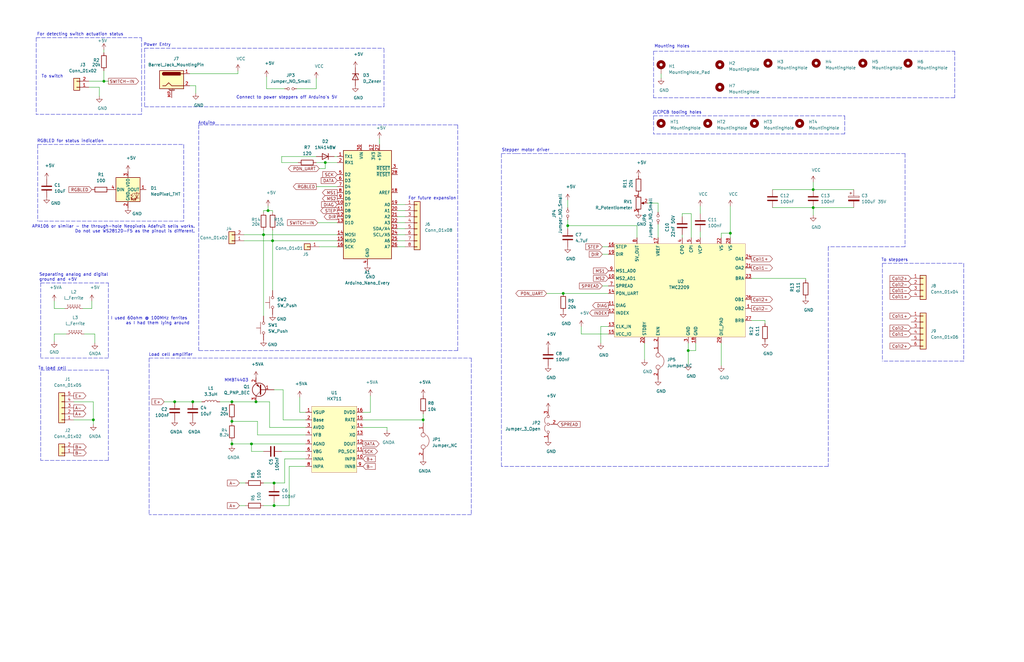
<source format=kicad_sch>
(kicad_sch (version 20211123) (generator eeschema)
  (paper "B")
  (junction (at 307.975 98.425) (diameter 1.016))
  (junction (at 290.195 147.955) (diameter 1.016))
  (junction (at 178.435 177.165) (diameter 1.016))
  (junction (at 114.935 101.6) (diameter 1.016))
  (junction (at 342.9 80.01) (diameter 1.016))
  (junction (at 107.95 169.545) (diameter 1.016))
  (junction (at 137.16 68.58) (diameter 1.016))
  (junction (at 39.37 177.165) (diameter 1.016))
  (junction (at 73.66 169.545) (diameter 1.016))
  (junction (at 113.03 88.9) (diameter 1.016))
  (junction (at 115.57 203.835) (diameter 1.016))
  (junction (at 115.57 213.36) (diameter 1.016))
  (junction (at 106.045 187.325) (diameter 1.016))
  (junction (at 97.79 177.8) (diameter 1.016))
  (junction (at 342.9 87.63) (diameter 1.016))
  (junction (at 97.79 169.545) (diameter 1.016))
  (junction (at 239.395 95.25) (diameter 1.016))
  (junction (at 237.49 123.825) (diameter 1.016))
  (junction (at 81.28 169.545) (diameter 1.016))
  (junction (at 43.815 34.29) (diameter 1.016))
  (junction (at 97.79 187.325) (diameter 1.016))
  (junction (at 111.125 99.06) (diameter 1.016))
  (wire (pts (xy 254 107.315) (xy 256.54 107.315)))
  (wire (pts (xy 126.365 167.64) (xy 126.365 173.99)))
  (wire (pts (xy 126.365 173.99) (xy 128.905 173.99)))
  (wire (pts (xy 111.125 99.06) (xy 111.125 133.35)))
  (wire (pts (xy 92.71 169.545) (xy 97.79 169.545)))
  (wire (pts (xy 97.79 169.545) (xy 107.95 169.545)))
  (polyline (pts (xy 372.11 111.125) (xy 372.11 152.4)) (stroke (width 0) (type dash)))
  (polyline (pts (xy 372.11 111.125) (xy 406.4 111.125)) (stroke (width 0) (type dash)))
  (polyline (pts (xy 406.4 111.125) (xy 406.4 152.4)) (stroke (width 0) (type dash)))
  (polyline (pts (xy 406.4 152.4) (xy 372.11 152.4)) (stroke (width 0) (type dash)))
  (wire (pts (xy 167.64 93.98) (xy 170.815 93.98)))
  (wire (pts (xy 102.87 99.06) (xy 111.125 99.06)))
  (wire (pts (xy 111.125 99.06) (xy 142.24 99.06)))
  (wire (pts (xy 115.57 212.09) (xy 115.57 213.36)))
  (wire (pts (xy 31.115 169.545) (xy 39.37 169.545)))
  (wire (pts (xy 39.37 169.545) (xy 39.37 177.165)))
  (wire (pts (xy 39.37 177.165) (xy 39.37 179.07)))
  (wire (pts (xy 271.78 144.78) (xy 271.78 151.765)))
  (polyline (pts (xy 275.59 21.59) (xy 275.59 41.275)) (stroke (width 0) (type dash)))
  (polyline (pts (xy 275.59 21.59) (xy 402.59 21.59)) (stroke (width 0) (type dash)))
  (polyline (pts (xy 402.59 21.59) (xy 402.59 41.275)) (stroke (width 0) (type dash)))
  (polyline (pts (xy 402.59 41.275) (xy 275.59 41.275)) (stroke (width 0) (type dash)))
  (polyline (pts (xy 275.59 48.895) (xy 275.59 56.515)) (stroke (width 0) (type dash)))
  (polyline (pts (xy 275.59 48.895) (xy 356.235 48.895)) (stroke (width 0) (type dash)))
  (polyline (pts (xy 356.235 48.895) (xy 356.235 56.515)) (stroke (width 0) (type dash)))
  (polyline (pts (xy 356.235 56.515) (xy 275.59 56.515)) (stroke (width 0) (type dash)))
  (wire (pts (xy 133.35 68.58) (xy 137.16 68.58)))
  (wire (pts (xy 137.16 68.58) (xy 142.24 68.58)))
  (wire (pts (xy 111.125 88.9) (xy 113.03 88.9)))
  (wire (pts (xy 111.125 89.535) (xy 111.125 88.9)))
  (wire (pts (xy 113.03 88.9) (xy 114.935 88.9)))
  (wire (pts (xy 114.935 88.9) (xy 114.935 89.535)))
  (wire (pts (xy 167.64 86.36) (xy 170.815 86.36)))
  (wire (pts (xy 295.275 97.79) (xy 295.275 100.33)))
  (wire (pts (xy 295.275 86.995) (xy 295.275 90.17)))
  (polyline (pts (xy 15.24 15.875) (xy 15.24 48.26)) (stroke (width 0) (type dash)))
  (polyline (pts (xy 15.24 15.875) (xy 59.69 15.875)) (stroke (width 0) (type dash)))
  (polyline (pts (xy 59.69 15.875) (xy 59.69 48.26)) (stroke (width 0) (type dash)))
  (polyline (pts (xy 59.69 48.26) (xy 15.24 48.26)) (stroke (width 0) (type dash)))
  (polyline (pts (xy 15.875 60.96) (xy 15.875 93.345)) (stroke (width 0) (type dash)))
  (polyline (pts (xy 15.875 60.96) (xy 77.47 60.96)) (stroke (width 0) (type dash)))
  (polyline (pts (xy 77.47 60.96) (xy 77.47 93.345)) (stroke (width 0) (type dash)))
  (polyline (pts (xy 77.47 93.345) (xy 15.875 93.345)) (stroke (width 0) (type dash)))
  (wire (pts (xy 80.01 36.195) (xy 82.55 36.195)))
  (wire (pts (xy 82.55 36.195) (xy 82.55 39.37)))
  (wire (pts (xy 100.965 203.835) (xy 103.505 203.835)))
  (wire (pts (xy 167.64 91.44) (xy 170.815 91.44)))
  (wire (pts (xy 290.195 144.78) (xy 290.195 147.955)))
  (wire (pts (xy 290.195 147.955) (xy 290.195 153.67)))
  (wire (pts (xy 273.05 85.725) (xy 277.495 85.725)))
  (wire (pts (xy 31.115 177.165) (xy 39.37 177.165)))
  (wire (pts (xy 133.35 78.74) (xy 142.24 78.74)))
  (wire (pts (xy 134.62 104.14) (xy 142.24 104.14)))
  (wire (pts (xy 69.215 169.545) (xy 73.66 169.545)))
  (wire (pts (xy 73.66 169.545) (xy 81.28 169.545)))
  (wire (pts (xy 81.28 169.545) (xy 85.09 169.545)))
  (wire (pts (xy 80.01 31.115) (xy 100.33 31.115)))
  (wire (pts (xy 100.33 31.115) (xy 100.33 29.845)))
  (wire (pts (xy 133.35 66.04) (xy 118.745 66.04)))
  (wire (pts (xy 230.505 123.825) (xy 237.49 123.825)))
  (wire (pts (xy 237.49 123.825) (xy 256.54 123.825)))
  (wire (pts (xy 112.395 37.465) (xy 112.395 32.385)))
  (wire (pts (xy 119.38 164.465) (xy 115.57 164.465)))
  (wire (pts (xy 119.38 177.165) (xy 119.38 164.465)))
  (wire (pts (xy 128.905 177.165) (xy 119.38 177.165)))
  (wire (pts (xy 167.64 88.9) (xy 170.815 88.9)))
  (wire (pts (xy 134.62 71.12) (xy 137.16 71.12)))
  (wire (pts (xy 137.16 71.12) (xy 137.16 68.58)))
  (wire (pts (xy 245.11 140.97) (xy 245.11 137.795)))
  (wire (pts (xy 256.54 140.97) (xy 245.11 140.97)))
  (wire (pts (xy 114.935 101.6) (xy 114.935 122.555)))
  (wire (pts (xy 113.03 86.995) (xy 113.03 88.9)))
  (wire (pts (xy 118.745 68.58) (xy 118.745 66.04)))
  (wire (pts (xy 125.73 68.58) (xy 118.745 68.58)))
  (wire (pts (xy 167.64 99.06) (xy 170.815 99.06)))
  (wire (pts (xy 35.56 140.97) (xy 40.005 140.97)))
  (wire (pts (xy 40.005 140.97) (xy 40.005 144.78)))
  (wire (pts (xy 277.495 85.725) (xy 277.495 89.535)))
  (wire (pts (xy 254 120.65) (xy 256.54 120.65)))
  (wire (pts (xy 167.64 104.14) (xy 170.815 104.14)))
  (wire (pts (xy 153.035 177.165) (xy 178.435 177.165)))
  (wire (pts (xy 178.435 177.165) (xy 178.435 174.625)))
  (wire (pts (xy 112.395 37.465) (xy 120.015 37.465)))
  (wire (pts (xy 106.045 190.5) (xy 106.045 187.325)))
  (wire (pts (xy 111.125 190.5) (xy 106.045 190.5)))
  (wire (pts (xy 278.765 31.115) (xy 278.765 33.02)))
  (wire (pts (xy 114.935 97.155) (xy 114.935 101.6)))
  (wire (pts (xy 342.9 76.835) (xy 342.9 80.01)))
  (wire (pts (xy 113.665 169.545) (xy 107.95 169.545)))
  (wire (pts (xy 113.665 180.34) (xy 113.665 169.545)))
  (wire (pts (xy 128.905 180.34) (xy 113.665 180.34)))
  (polyline (pts (xy 83.82 52.705) (xy 83.82 147.955)) (stroke (width 0) (type dash)))
  (polyline (pts (xy 83.82 52.705) (xy 193.04 52.705)) (stroke (width 0) (type dash)))
  (polyline (pts (xy 193.04 52.705) (xy 193.04 147.955)) (stroke (width 0) (type dash)))
  (polyline (pts (xy 193.04 147.955) (xy 83.82 147.955)) (stroke (width 0) (type dash)))
  (wire (pts (xy 97.79 177.165) (xy 97.79 177.8)))
  (wire (pts (xy 97.79 177.8) (xy 97.79 178.435)))
  (wire (pts (xy 153.035 180.34) (xy 163.195 180.34)))
  (wire (pts (xy 163.195 180.34) (xy 163.195 181.61)))
  (wire (pts (xy 37.465 34.29) (xy 43.815 34.29)))
  (wire (pts (xy 43.815 34.29) (xy 43.815 29.845)))
  (wire (pts (xy 304.165 98.425) (xy 307.975 98.425)))
  (wire (pts (xy 304.165 100.33) (xy 304.165 98.425)))
  (wire (pts (xy 153.035 173.99) (xy 156.21 173.99)))
  (wire (pts (xy 156.21 173.99) (xy 156.21 167.005)))
  (wire (pts (xy 22.86 127) (xy 22.86 130.175)))
  (wire (pts (xy 22.86 130.175) (xy 27.305 130.175)))
  (wire (pts (xy 325.755 80.01) (xy 342.9 80.01)))
  (wire (pts (xy 342.9 80.01) (xy 360.045 80.01)))
  (wire (pts (xy 304.165 144.78) (xy 304.165 154.305)))
  (wire (pts (xy 43.815 20.955) (xy 43.815 22.225)))
  (wire (pts (xy 293.37 144.78) (xy 293.37 147.955)))
  (wire (pts (xy 293.37 147.955) (xy 290.195 147.955)))
  (wire (pts (xy 167.64 101.6) (xy 170.815 101.6)))
  (wire (pts (xy 22.86 140.97) (xy 22.86 144.145)))
  (wire (pts (xy 27.94 140.97) (xy 22.86 140.97)))
  (wire (pts (xy 140.97 66.04) (xy 142.24 66.04)))
  (wire (pts (xy 287.655 99.06) (xy 287.655 100.33)))
  (wire (pts (xy 118.745 190.5) (xy 128.905 190.5)))
  (wire (pts (xy 254 104.14) (xy 256.54 104.14)))
  (wire (pts (xy 277.495 94.615) (xy 277.495 100.33)))
  (wire (pts (xy 115.57 203.835) (xy 111.125 203.835)))
  (wire (pts (xy 120.015 193.675) (xy 120.015 203.835)))
  (wire (pts (xy 120.015 203.835) (xy 115.57 203.835)))
  (wire (pts (xy 128.905 193.675) (xy 120.015 193.675)))
  (wire (pts (xy 342.9 87.63) (xy 342.9 90.805)))
  (wire (pts (xy 100.965 213.36) (xy 103.505 213.36)))
  (wire (pts (xy 97.79 177.8) (xy 108.585 177.8)))
  (wire (pts (xy 108.585 177.8) (xy 108.585 183.515)))
  (wire (pts (xy 108.585 183.515) (xy 128.905 183.515)))
  (wire (pts (xy 97.79 187.325) (xy 106.045 187.325)))
  (wire (pts (xy 106.045 187.325) (xy 128.905 187.325)))
  (polyline (pts (xy 211.455 64.77) (xy 217.805 64.77)) (stroke (width 0) (type dash)))
  (polyline (pts (xy 211.455 196.85) (xy 211.455 64.77)) (stroke (width 0) (type dash)))
  (polyline (pts (xy 217.805 64.77) (xy 381.635 64.77)) (stroke (width 0) (type dash)))
  (polyline (pts (xy 349.25 104.14) (xy 349.25 196.85)) (stroke (width 0) (type dash)))
  (polyline (pts (xy 349.25 196.85) (xy 211.455 196.85)) (stroke (width 0) (type dash)))
  (polyline (pts (xy 381.635 64.77) (xy 381.635 104.14)) (stroke (width 0) (type dash)))
  (polyline (pts (xy 381.635 104.14) (xy 349.25 104.14)) (stroke (width 0) (type dash)))
  (wire (pts (xy 37.465 36.83) (xy 41.91 36.83)))
  (wire (pts (xy 41.91 36.83) (xy 41.91 40.64)))
  (wire (pts (xy 160.02 58.42) (xy 160.02 60.96)))
  (wire (pts (xy 178.435 177.165) (xy 178.435 178.435)))
  (wire (pts (xy 97.79 186.055) (xy 97.79 187.325)))
  (wire (pts (xy 97.79 187.325) (xy 97.79 187.96)))
  (wire (pts (xy 133.985 93.98) (xy 142.24 93.98)))
  (wire (pts (xy 307.975 86.995) (xy 307.975 98.425)))
  (wire (pts (xy 307.975 98.425) (xy 307.975 100.33)))
  (wire (pts (xy 316.865 117.475) (xy 339.725 117.475)))
  (wire (pts (xy 339.725 117.475) (xy 339.725 118.11)))
  (polyline (pts (xy 17.145 156.21) (xy 45.72 156.21)) (stroke (width 0) (type dash)))
  (polyline (pts (xy 17.145 156.845) (xy 17.145 194.31)) (stroke (width 0) (type dash)))
  (polyline (pts (xy 45.72 156.21) (xy 45.72 194.31)) (stroke (width 0) (type dash)))
  (polyline (pts (xy 45.72 194.31) (xy 17.145 194.31)) (stroke (width 0) (type dash)))
  (wire (pts (xy 239.395 95.25) (xy 268.605 95.25)))
  (wire (pts (xy 268.605 100.33) (xy 268.605 95.25)))
  (wire (pts (xy 102.87 101.6) (xy 114.935 101.6)))
  (wire (pts (xy 114.935 101.6) (xy 142.24 101.6)))
  (wire (pts (xy 115.57 203.835) (xy 115.57 204.47)))
  (wire (pts (xy 239.395 84.455) (xy 239.395 87.63)))
  (wire (pts (xy 111.125 213.36) (xy 115.57 213.36)))
  (wire (pts (xy 115.57 213.36) (xy 121.92 213.36)))
  (wire (pts (xy 121.92 196.85) (xy 128.905 196.85)))
  (wire (pts (xy 121.92 213.36) (xy 121.92 196.85)))
  (wire (pts (xy 253.365 137.795) (xy 253.365 144.78)))
  (wire (pts (xy 256.54 137.795) (xy 253.365 137.795)))
  (polyline (pts (xy 17.145 119.38) (xy 17.145 151.13)) (stroke (width 0) (type dash)))
  (polyline (pts (xy 17.145 119.38) (xy 45.72 119.38)) (stroke (width 0) (type dash)))
  (polyline (pts (xy 45.72 119.38) (xy 45.72 151.13)) (stroke (width 0) (type dash)))
  (polyline (pts (xy 45.72 151.13) (xy 17.145 151.13)) (stroke (width 0) (type dash)))
  (wire (pts (xy 125.095 37.465) (xy 133.35 37.465)))
  (wire (pts (xy 133.35 33.02) (xy 133.35 37.465)))
  (wire (pts (xy 287.655 90.17) (xy 291.465 90.17)))
  (wire (pts (xy 287.655 91.44) (xy 287.655 90.17)))
  (wire (pts (xy 291.465 90.17) (xy 291.465 100.33)))
  (wire (pts (xy 111.125 97.155) (xy 111.125 99.06)))
  (wire (pts (xy 34.925 130.175) (xy 38.735 130.175)))
  (wire (pts (xy 38.735 130.175) (xy 38.735 127)))
  (wire (pts (xy 316.865 135.255) (xy 322.58 135.255)))
  (wire (pts (xy 322.58 135.255) (xy 322.58 136.525)))
  (wire (pts (xy 239.395 92.71) (xy 239.395 95.25)))
  (wire (pts (xy 239.395 95.25) (xy 239.395 96.52)))
  (polyline (pts (xy 62.865 151.13) (xy 62.865 217.17)) (stroke (width 0) (type dash)))
  (polyline (pts (xy 62.865 151.13) (xy 198.755 151.13)) (stroke (width 0) (type dash)))
  (polyline (pts (xy 198.755 151.13) (xy 198.755 217.17)) (stroke (width 0) (type dash)))
  (polyline (pts (xy 198.755 217.17) (xy 62.865 217.17)) (stroke (width 0) (type dash)))
  (wire (pts (xy 325.755 87.63) (xy 342.9 87.63)))
  (wire (pts (xy 342.9 87.63) (xy 360.045 87.63)))
  (polyline (pts (xy 60.96 20.32) (xy 60.96 45.085)) (stroke (width 0) (type dash)))
  (polyline (pts (xy 60.96 20.32) (xy 161.925 20.32)) (stroke (width 0) (type dash)))
  (polyline (pts (xy 60.96 45.085) (xy 161.925 45.085)) (stroke (width 0) (type dash)))
  (polyline (pts (xy 161.925 45.085) (xy 161.925 20.32)) (stroke (width 0) (type dash)))
  (wire (pts (xy 167.64 96.52) (xy 170.815 96.52)))
  (wire (pts (xy 43.815 34.29) (xy 45.72 34.29)))
  (text "To switch" (at 26.67 33.02 180) (effects (font (size 1.27 1.27)) (justify right bottom)))
  (text "Stepper motor driver" (at 231.775 64.135 180) (effects (font (size 1.27 1.27)) (justify right bottom)))
  (text "JLCPCB tooling holes\n" (at 295.91 48.26 180) (effects (font (size 1.27 1.27)) (justify right bottom)))
  (text "To load cell" (at 27.94 156.21 180) (effects (font (size 1.27 1.27)) (justify right bottom)))
  (text "Mounting Holes" (at 290.83 20.32 180) (effects (font (size 1.27 1.27)) (justify right bottom)))
  (text "Arduino" (at 90.805 52.705 180) (effects (font (size 1.27 1.27)) (justify right bottom)))
  (text "To steppers" (at 382.905 110.49 180) (effects (font (size 1.27 1.27)) (justify right bottom)))
  (text "Connect to power steppers off Arduino's 5V" (at 142.24 41.91 180) (effects (font (size 1.27 1.27)) (justify right bottom)))
  (text "Separating analog and digital \nground and +5V" (at 16.51 118.745 0) (effects (font (size 1.27 1.27)) (justify left bottom)))
  (text "Power Entry " (at 73.025 19.685 180) (effects (font (size 1.27 1.27)) (justify right bottom)))
  (text "Load cell amplifier" (at 81.28 150.495 180) (effects (font (size 1.27 1.27)) (justify right bottom)))
  (text "APA106 or similar - the through-hole Neopixels Adafruit sells works. \nDo not use WS2812D-F5 as the pinout is different. " (at 83.185 98.425 0) (effects (font (size 1.27 1.27)) (justify right bottom)))
  (text "For future expansion" (at 192.405 84.455 180) (effects (font (size 1.27 1.27)) (justify right bottom)))
  (text "For detecting switch actuation status" (at 52.07 15.24 180) (effects (font (size 1.27 1.27)) (justify right bottom)))
  (text "MMBT4403" (at 104.775 161.29 180) (effects (font (size 1.27 1.27)) (justify right bottom)))
  (text "RGBLED for status indication" (at 43.815 60.325 180) (effects (font (size 1.27 1.27)) (justify right bottom)))
  (text "I used 60ohm @ 100MHz ferrites \nas I had them lying around" (at 80.01 137.16 0) (effects (font (size 1.27 1.27)) (justify right bottom)))
  (global_label "Coil2+" (shape output) (at 316.865 126.365 0) (property "Intersheet References" "${INTERSHEET_REFS}" (effects hide)))
  (global_label "Coil1-" (shape input) (at 384.175 122.555 180) (property "Intersheet References" "${INTERSHEET_REFS}" (effects hide)))
  (global_label "SCK" (shape output) (at 153.035 190.5 0) (property "Intersheet References" "${INTERSHEET_REFS}" (effects hide)))
  (global_label "DATA" (shape input) (at 142.24 76.2 180) (property "Intersheet References" "${INTERSHEET_REFS}" (effects hide)))
  (global_label "Coil2-" (shape input) (at 384.175 138.43 180) (property "Intersheet References" "${INTERSHEET_REFS}" (effects hide)))
  (global_label "Coil1+" (shape input) (at 384.175 133.35 180) (property "Intersheet References" "${INTERSHEET_REFS}" (effects hide)))
  (global_label "E+" (shape output) (at 31.115 167.005 0) (property "Intersheet References" "${INTERSHEET_REFS}" (effects hide)))
  (global_label "SWITCH-IN" (shape output) (at 45.72 34.29 0) (property "Intersheet References" "${INTERSHEET_REFS}" (effects hide)))
  (global_label "A+" (shape input) (at 100.965 213.36 180) (property "Intersheet References" "${INTERSHEET_REFS}" (effects hide)))
  (global_label "A-" (shape input) (at 100.965 203.835 180) (property "Intersheet References" "${INTERSHEET_REFS}" (effects hide)))
  (global_label "SCK" (shape input) (at 142.24 73.66 180) (property "Intersheet References" "${INTERSHEET_REFS}" (effects hide)))
  (global_label "PDN_UART" (shape bidirectional) (at 230.505 123.825 180) (property "Intersheet References" "${INTERSHEET_REFS}" (effects hide)))
  (global_label "DIR" (shape input) (at 254 107.315 180) (property "Intersheet References" "${INTERSHEET_REFS}" (effects hide)))
  (global_label "Coil1+" (shape output) (at 316.865 109.22 0) (property "Intersheet References" "${INTERSHEET_REFS}" (effects hide)))
  (global_label "A-" (shape output) (at 31.115 172.085 0) (property "Intersheet References" "${INTERSHEET_REFS}" (effects hide)))
  (global_label "RGBLED" (shape input) (at 38.735 80.01 180) (property "Intersheet References" "${INTERSHEET_REFS}" (effects hide)))
  (global_label "DIR" (shape output) (at 142.24 91.44 180) (property "Intersheet References" "${INTERSHEET_REFS}" (effects hide)))
  (global_label "Coil1-" (shape input) (at 384.175 140.97 180) (property "Intersheet References" "${INTERSHEET_REFS}" (effects hide)))
  (global_label "SPREAD" (shape input) (at 234.95 179.07 0) (property "Intersheet References" "${INTERSHEET_REFS}" (effects hide)))
  (global_label "MS1" (shape input) (at 256.54 114.3 180) (property "Intersheet References" "${INTERSHEET_REFS}" (effects hide)))
  (global_label "B+" (shape input) (at 153.035 193.675 0) (property "Intersheet References" "${INTERSHEET_REFS}" (effects hide)))
  (global_label "Coil2-" (shape output) (at 316.865 130.175 0) (property "Intersheet References" "${INTERSHEET_REFS}" (effects hide)))
  (global_label "PDN_UART" (shape bidirectional) (at 134.62 71.12 180) (property "Intersheet References" "${INTERSHEET_REFS}" (effects hide)))
  (global_label "A+" (shape output) (at 31.115 174.625 0) (property "Intersheet References" "${INTERSHEET_REFS}" (effects hide)))
  (global_label "STEP" (shape input) (at 254 104.14 180) (property "Intersheet References" "${INTERSHEET_REFS}" (effects hide)))
  (global_label "DIAG" (shape input) (at 142.24 86.36 180) (property "Intersheet References" "${INTERSHEET_REFS}" (effects hide)))
  (global_label "RGBLED" (shape output) (at 133.35 78.74 180) (property "Intersheet References" "${INTERSHEET_REFS}" (effects hide)))
  (global_label "E+" (shape input) (at 69.215 169.545 180) (property "Intersheet References" "${INTERSHEET_REFS}" (effects hide)))
  (global_label "B-" (shape input) (at 153.035 196.85 0) (property "Intersheet References" "${INTERSHEET_REFS}" (effects hide)))
  (global_label "STEP" (shape output) (at 142.24 88.9 180) (property "Intersheet References" "${INTERSHEET_REFS}" (effects hide)))
  (global_label "Coil2+" (shape input) (at 384.175 117.475 180) (property "Intersheet References" "${INTERSHEET_REFS}" (effects hide)))
  (global_label "Coil2-" (shape input) (at 384.175 120.015 180) (property "Intersheet References" "${INTERSHEET_REFS}" (effects hide)))
  (global_label "SWITCH-IN" (shape input) (at 133.985 93.98 180) (property "Intersheet References" "${INTERSHEET_REFS}" (effects hide)))
  (global_label "Coil1+" (shape input) (at 384.175 125.095 180) (property "Intersheet References" "${INTERSHEET_REFS}" (effects hide)))
  (global_label "SPREAD" (shape input) (at 254 120.65 180) (property "Intersheet References" "${INTERSHEET_REFS}" (effects hide)))
  (global_label "MS1" (shape output) (at 142.24 81.28 180) (property "Intersheet References" "${INTERSHEET_REFS}" (effects hide)))
  (global_label "MS2" (shape input) (at 256.54 117.475 180) (property "Intersheet References" "${INTERSHEET_REFS}" (effects hide)))
  (global_label "Coil2+" (shape input) (at 384.175 146.05 180) (property "Intersheet References" "${INTERSHEET_REFS}" (effects hide)))
  (global_label "INDEX" (shape output) (at 256.54 132.08 180) (property "Intersheet References" "${INTERSHEET_REFS}" (effects hide)))
  (global_label "MS2" (shape output) (at 142.24 83.82 180) (property "Intersheet References" "${INTERSHEET_REFS}" (effects hide)))
  (global_label "DATA" (shape output) (at 153.035 187.325 0) (property "Intersheet References" "${INTERSHEET_REFS}" (effects hide)))
  (global_label "DIAG" (shape output) (at 256.54 128.905 180) (property "Intersheet References" "${INTERSHEET_REFS}" (effects hide)))
  (global_label "B-" (shape output) (at 31.115 191.135 0) (property "Intersheet References" "${INTERSHEET_REFS}" (effects hide)))
  (global_label "Coil1-" (shape output) (at 316.865 113.03 0) (property "Intersheet References" "${INTERSHEET_REFS}" (effects hide)))
  (global_label "B+" (shape output) (at 31.115 188.595 0) (property "Intersheet References" "${INTERSHEET_REFS}" (effects hide)))
  (symbol (lib_id "power:VCC") (at 307.975 86.995 0) (unit 1)
    (property "Reference" "#PWR0124" (effects hide))
    (property "Value" "VCC" (at 309.245 81.915 0))
  )
  (symbol (lib_id "Device:R") (at 339.725 121.92 180) (unit 1)
    (property "Reference" "R13" (at 334.01 121.285 90))
    (property "Value" "0.11" (at 336.55 121.285 90))
    (property "Footprint" "Resistor_SMD:R_1206_3216Metric_Pad1.42x1.75mm_HandSolder" (effects hide))
  )
  (symbol (lib_id "Device:R") (at 237.49 127.635 180) (unit 1)
    (property "Reference" "R9" (at 239.395 127 0) (effects (justify right)))
    (property "Value" "20k" (at 239.395 129.54 0) (effects (justify right)))
    (property "Footprint" "Resistor_SMD:R_0805_2012Metric_Pad1.20x1.40mm_HandSolder" (effects hide))
  )
  (symbol (lib_id "Mechanical:MountingHole") (at 337.185 52.07 0) (unit 1)
    (property "Reference" "HT4" (at 340.995 51.435 0) (effects (justify left)))
    (property "Value" "MountingHole" (at 340.995 53.975 0) (effects (justify left)))
    (property "Footprint" "AcheronMountingHoles:ToolingHole_1.152mm_(for_JLCPCB_SMT)" (effects hide))
  )
  (symbol (lib_id "power:VCC") (at 342.9 76.835 0) (unit 1)
    (property "Reference" "#PWR0126" (effects hide))
    (property "Value" "VCC" (at 344.17 71.755 0))
  )
  (symbol (lib_id "Device:R") (at 322.58 140.335 180) (unit 1)
    (property "Reference" "R12" (at 316.865 139.7 90))
    (property "Value" "0.11" (at 319.405 139.7 90))
    (property "Footprint" "Resistor_SMD:R_1206_3216Metric_Pad1.42x1.75mm_HandSolder" (effects hide))
  )
  (symbol (lib_id "Device:R") (at 111.125 93.345 180) (unit 1)
    (property "Reference" "R14" (at 107.95 92.71 0))
    (property "Value" "20k" (at 107.95 94.615 0))
    (property "Footprint" "Resistor_SMD:R_0805_2012Metric_Pad1.20x1.40mm_HandSolder" (effects hide))
  )
  (symbol (lib_id "Device:C") (at 19.685 79.375 0) (unit 1)
    (property "Reference" "C1" (at 22.86 78.105 0) (effects (justify left)))
    (property "Value" "10uF" (at 22.86 80.645 0) (effects (justify left)))
    (property "Footprint" "Capacitor_SMD:C_0805_2012Metric_Pad1.18x1.45mm_HandSolder" (effects hide))
  )
  (symbol (lib_id "Mechanical:MountingHole") (at 382.905 26.67 0) (unit 1)
    (property "Reference" "H6" (at 386.715 26.035 0) (effects (justify left)))
    (property "Value" "MountingHole" (at 386.715 28.575 0) (effects (justify left)))
    (property "Footprint" "MountingHole:MountingHole_3.2mm_M3_ISO7380" (effects hide))
  )
  (symbol (lib_id "power:GND") (at 322.58 144.145 0) (unit 1)
    (property "Reference" "#PWR0128" (effects hide))
    (property "Value" "GND" (at 323.85 149.225 0))
  )
  (symbol (lib_id "Device:Jumper_NC") (at 178.435 186.055 270) (unit 1)
    (property "Reference" "JP1" (at 182.245 185.42 90) (effects (justify left)))
    (property "Value" "Jumper_NC" (at 182.245 187.96 90) (effects (justify left)))
    (property "Footprint" "Jumper:SolderJumper-2_P1.3mm_Bridged_Pad1.0x1.5mm" (effects hide))
  )
  (symbol (lib_id "Mechanical:MountingHole") (at 298.45 52.07 0) (unit 1)
    (property "Reference" "HT2" (at 302.26 51.435 0) (effects (justify left)))
    (property "Value" "MountingHole" (at 302.26 53.975 0) (effects (justify left)))
    (property "Footprint" "AcheronMountingHoles:ToolingHole_1.152mm_(for_JLCPCB_SMT)" (effects hide))
  )
  (symbol (lib_id "Device:C") (at 73.66 173.355 0) (unit 1)
    (property "Reference" "C2" (at 67.945 172.72 0) (effects (justify left)))
    (property "Value" "100nF" (at 65.405 175.26 0) (effects (justify left)))
    (property "Footprint" "Capacitor_SMD:C_0805_2012Metric_Pad1.18x1.45mm_HandSolder" (effects hide))
  )
  (symbol (lib_id "Device:C") (at 239.395 100.33 0) (unit 1)
    (property "Reference" "C7" (at 242.57 99.06 0) (effects (justify left)))
    (property "Value" "4.7uF" (at 242.57 101.6 0) (effects (justify left)))
    (property "Footprint" "Capacitor_SMD:C_0805_2012Metric_Pad1.18x1.45mm_HandSolder" (effects hide))
  )
  (symbol (lib_id "Device:R") (at 114.935 93.345 180) (unit 1)
    (property "Reference" "R15" (at 117.475 92.71 0))
    (property "Value" "20k" (at 118.11 94.615 0))
    (property "Footprint" "Resistor_SMD:R_0805_2012Metric_Pad1.20x1.40mm_HandSolder" (effects hide))
  )
  (symbol (lib_id "Device:C_Polarized") (at 360.045 83.82 0) (unit 1)
    (property "Reference" "C3" (at 363.22 82.55 0) (effects (justify left)))
    (property "Value" "100uF 35V" (at 363.22 85.09 0) (effects (justify left)))
    (property "Footprint" "Capacitor_THT:CP_Radial_D8.0mm_P3.50mm" (effects hide))
  )
  (symbol (lib_id "power:GND") (at 114.935 132.715 0) (unit 1)
    (property "Reference" "#PWR0150" (effects hide))
    (property "Value" "GND" (at 118.745 134.62 0))
  )
  (symbol (lib_id "power:GND") (at 342.9 90.805 0) (unit 1)
    (property "Reference" "#PWR0125" (effects hide))
    (property "Value" "GND" (at 344.17 95.885 0))
  )
  (symbol (lib_id "power:+5VA") (at 156.21 167.005 0) (unit 1)
    (property "Reference" "#PWR0107" (effects hide))
    (property "Value" "+5VA" (at 156.845 161.29 0))
  )
  (symbol (lib_id "power:GNDA") (at 163.195 181.61 0) (unit 1)
    (property "Reference" "#PWR0108" (effects hide))
    (property "Value" "GNDA" (at 163.83 186.69 0))
  )
  (symbol (lib_id "Mechanical:MountingHole") (at 278.765 52.07 0) (unit 1)
    (property "Reference" "HT1" (at 282.575 51.435 0) (effects (justify left)))
    (property "Value" "MountingHole" (at 282.575 53.975 0) (effects (justify left)))
    (property "Footprint" "AcheronMountingHoles:ToolingHole_1.152mm_(for_JLCPCB_SMT)" (effects hide))
  )
  (symbol (lib_id "Mechanical:MountingHole") (at 363.855 26.67 0) (unit 1)
    (property "Reference" "H5" (at 367.665 26.035 0) (effects (justify left)))
    (property "Value" "MountingHole" (at 367.665 28.575 0) (effects (justify left)))
    (property "Footprint" "MountingHole:MountingHole_3.2mm_M3_ISO7380" (effects hide))
  )
  (symbol (lib_id "power:GND") (at 290.195 153.67 0) (unit 1)
    (property "Reference" "#PWR0146" (effects hide))
    (property "Value" "GND" (at 291.465 158.75 0))
  )
  (symbol (lib_id "Mechanical:MountingHole") (at 303.53 36.83 0) (unit 1)
    (property "Reference" "H7" (at 307.34 36.195 0) (effects (justify left)))
    (property "Value" "MountingHole" (at 307.34 38.735 0) (effects (justify left)))
    (property "Footprint" "MountingHole:MountingHole_5.3mm_M5_ISO7380" (effects hide))
  )
  (symbol (lib_id "power:+5V") (at 239.395 84.455 0) (unit 1)
    (property "Reference" "#PWR0137" (effects hide))
    (property "Value" "+5V" (at 240.665 78.74 0))
  )
  (symbol (lib_id "Connector_Generic:Conn_01x02") (at 97.79 101.6 180) (unit 1)
    (property "Reference" "J4" (at 96.52 96.52 0))
    (property "Value" "Conn_01x02" (at 90.17 100.33 0))
    (property "Footprint" "Connector_PinSocket_2.54mm:PinSocket_1x02_P2.54mm_Vertical" (effects hide))
  )
  (symbol (lib_id "power:+5VA") (at 107.95 159.385 0) (unit 1)
    (property "Reference" "#PWR0114" (effects hide))
    (property "Value" "+5VA" (at 108.585 153.67 0))
  )
  (symbol (lib_id "Connector_Generic:Conn_01x01") (at 129.54 104.14 180) (unit 1)
    (property "Reference" "J5" (at 128.905 107.315 0))
    (property "Value" "Conn_01x01" (at 121.92 104.775 0))
    (property "Footprint" "Connector_PinSocket_2.54mm:PinSocket_1x01_P2.54mm_Vertical" (effects hide))
  )
  (symbol (lib_id "power:GNDA") (at 73.66 177.165 0) (unit 1)
    (property "Reference" "#PWR0113" (effects hide))
    (property "Value" "GNDA" (at 74.295 182.245 0))
  )
  (symbol (lib_id "Device:C") (at 325.755 83.82 0) (unit 1)
    (property "Reference" "C12" (at 328.93 82.55 0) (effects (justify left)))
    (property "Value" "100nF" (at 328.93 85.09 0) (effects (justify left)))
    (property "Footprint" "Capacitor_SMD:C_0805_2012Metric_Pad1.18x1.45mm_HandSolder" (effects hide))
  )
  (symbol (lib_id "power:VCC") (at 133.35 33.02 0) (unit 1)
    (property "Reference" "#PWR0135" (effects hide))
    (property "Value" "VCC" (at 134.62 27.94 0))
  )
  (symbol (lib_id "Device:R") (at 107.315 203.835 90) (unit 1)
    (property "Reference" "R5" (at 106.68 201.93 0) (effects (justify left)))
    (property "Value" "100" (at 109.22 201.93 0) (effects (justify left)))
    (property "Footprint" "Resistor_SMD:R_0805_2012Metric_Pad1.20x1.40mm_HandSolder" (effects hide))
  )
  (symbol (lib_id "Connector_Generic:Conn_01x05") (at 26.035 172.085 180) (unit 1)
    (property "Reference" "J1" (at 28.575 160.02 0))
    (property "Value" "Conn_01x05" (at 28.575 162.56 0))
    (property "Footprint" "Connector_PinSocket_2.54mm:PinSocket_1x05_P2.54mm_Vertical" (effects hide))
  )
  (symbol (lib_id "power:GND") (at 237.49 131.445 0) (unit 1)
    (property "Reference" "#PWR0143" (effects hide))
    (property "Value" "GND" (at 238.76 136.525 0))
  )
  (symbol (lib_id "power:GND") (at 22.86 144.145 0) (unit 1)
    (property "Reference" "#PWR0138" (effects hide))
    (property "Value" "GND" (at 22.86 148.59 0))
  )
  (symbol (lib_id "Switch:SW_Push") (at 114.935 127.635 90) (unit 1)
    (property "Reference" "SW2" (at 116.84 126.365 90) (effects (justify right)))
    (property "Value" "SW_Push" (at 116.84 128.905 90) (effects (justify right)))
    (property "Footprint" "Button_Switch_Keyboard:SW_Cherry_MX_1.00u_PCB" (effects hide))
  )
  (symbol (lib_id "power:GNDA") (at 40.005 144.78 0) (unit 1)
    (property "Reference" "#PWR0139" (effects hide))
    (property "Value" "GNDA" (at 40.005 149.225 0))
  )
  (symbol (lib_id "Device:Jumper_NO_Small") (at 239.395 90.17 90) (unit 1)
    (property "Reference" "JP4" (at 233.68 90.17 0))
    (property "Value" "Jumper_NO_Small" (at 236.22 90.17 0))
    (property "Footprint" "Jumper:SolderJumper-2_P1.3mm_Open_TrianglePad1.0x1.5mm" (effects hide))
  )
  (symbol (lib_id "power:GND") (at 269.24 89.535 0) (unit 1)
    (property "Reference" "#PWR0122" (effects hide))
    (property "Value" "GND" (at 270.51 94.615 0))
  )
  (symbol (lib_id "power:+5V") (at 149.86 28.575 0) (unit 1)
    (property "Reference" "#PWR0129" (effects hide))
    (property "Value" "+5V" (at 151.13 22.86 0))
  )
  (symbol (lib_id "Mechanical:MountingHole") (at 323.85 26.67 0) (unit 1)
    (property "Reference" "H3" (at 327.66 26.035 0) (effects (justify left)))
    (property "Value" "MountingHole" (at 327.66 28.575 0) (effects (justify left)))
    (property "Footprint" "MountingHole:MountingHole_3.2mm_M3_ISO7380" (effects hide))
  )
  (symbol (lib_id "Connector_Generic:Conn_01x02") (at 32.385 36.83 180) (unit 1)
    (property "Reference" "J3" (at 34.925 27.305 0))
    (property "Value" "Conn_01x02" (at 34.925 29.845 0))
    (property "Footprint" "Connector_PinSocket_2.54mm:PinSocket_1x02_P2.54mm_Vertical" (effects hide))
  )
  (symbol (lib_id "Device:C") (at 114.935 190.5 90) (unit 1)
    (property "Reference" "C5" (at 114.3 196.215 0) (effects (justify left)))
    (property "Value" "100nF" (at 116.84 198.755 0) (effects (justify left)))
    (property "Footprint" "Capacitor_SMD:C_0805_2012Metric_Pad1.18x1.45mm_HandSolder" (effects hide))
  )
  (symbol (lib_id "power:GND") (at 271.78 151.765 0) (unit 1)
    (property "Reference" "#PWR0145" (effects hide))
    (property "Value" "GND" (at 273.05 156.845 0))
  )
  (symbol (lib_id "Device:Jumper_NO_Small") (at 277.495 92.075 90) (unit 1)
    (property "Reference" "JP6" (at 271.78 92.075 0))
    (property "Value" "Jumper_NO_Small" (at 274.32 92.075 0))
    (property "Footprint" "Jumper:SolderJumper-2_P1.3mm_Open_TrianglePad1.0x1.5mm" (effects hide))
  )
  (symbol (lib_id "Mechanical:MountingHole_Pad") (at 278.765 28.575 0) (unit 1)
    (property "Reference" "H1" (at 281.94 27.94 0) (effects (justify left)))
    (property "Value" "MountingHole_Pad" (at 281.94 30.48 0) (effects (justify left)))
    (property "Footprint" "MountingHole:MountingHole_5.3mm_M5_ISO7380_Pad" (effects hide))
  )
  (symbol (lib_id "power:GNDA") (at 97.79 187.96 0) (unit 1)
    (property "Reference" "#PWR0110" (effects hide))
    (property "Value" "GNDA" (at 98.425 193.04 0))
  )
  (symbol (lib_id "power:GND") (at 53.975 87.63 0) (unit 1)
    (property "Reference" "#PWR0117" (effects hide))
    (property "Value" "GND" (at 57.785 90.17 0))
  )
  (symbol (lib_id "Jumper:Jumper_3_Open") (at 231.14 179.07 90) (unit 1)
    (property "Reference" "JP2" (at 227.965 178.435 90) (effects (justify left)))
    (property "Value" "Jumper_3_Open" (at 227.965 180.975 90) (effects (justify left)))
    (property "Footprint" "Jumper:SolderJumper-3_P2.0mm_Open_TrianglePad1.0x1.5mm" (effects hide))
  )
  (symbol (lib_id "LED:NeoPixel_THT") (at 53.975 80.01 0) (unit 1)
    (property "Reference" "D1" (at 63.5 79.375 0) (effects (justify left)))
    (property "Value" "NeoPixel_THT" (at 63.5 81.915 0) (effects (justify left)))
    (property "Footprint" "LED_THT:LED_D5.0mm-4_RGB" (effects hide))
    (property "Datasheet" "https://www.adafruit.com/product/1938" (effects hide))
  )
  (symbol (lib_id "power:+5V") (at 269.24 74.295 0) (unit 1)
    (property "Reference" "#PWR0136" (effects hide))
    (property "Value" "+5V" (at 270.51 68.58 0))
  )
  (symbol (lib_id "Connector:Barrel_Jack_MountingPin") (at 72.39 33.655 0) (unit 1)
    (property "Reference" "J7" (at 74.295 24.765 0))
    (property "Value" "Barrel_Jack_MountingPin" (at 74.295 27.305 0))
    (property "Footprint" "Connector_BarrelJack:BarrelJack_Horizontal" (effects hide))
  )
  (symbol (lib_id "power:GND") (at 278.765 33.02 0) (unit 1)
    (property "Reference" "#PWR0133" (effects hide))
    (property "Value" "GND" (at 280.035 38.1 0))
  )
  (symbol (lib_id "power:GNDA") (at 81.28 177.165 0) (unit 1)
    (property "Reference" "#PWR0112" (effects hide))
    (property "Value" "GNDA" (at 81.915 182.245 0))
  )
  (symbol (lib_id "power:+5V") (at 113.03 86.995 0) (unit 1)
    (property "Reference" "#PWR0152" (effects hide))
    (property "Value" "+5V" (at 114.3 81.28 0))
  )
  (symbol (lib_id "power:GND") (at 231.14 185.42 0) (unit 1)
    (property "Reference" "#PWR0102" (effects hide))
    (property "Value" "GND" (at 232.41 190.5 0))
  )
  (symbol (lib_id "power:GND") (at 19.685 83.185 0) (unit 1)
    (property "Reference" "#PWR0121" (effects hide))
    (property "Value" "GND" (at 23.495 85.725 0))
  )
  (symbol (lib_id "Device:Jumper_NC") (at 277.495 152.4 270) (unit 1)
    (property "Reference" "JP5" (at 281.305 151.765 90) (effects (justify left)))
    (property "Value" "Jumper_NC" (at 281.305 154.305 90) (effects (justify left)))
    (property "Footprint" "Jumper:SolderJumper-2_P1.3mm_Bridged_Pad1.0x1.5mm" (effects hide))
  )
  (symbol (lib_id "Device:R") (at 107.315 213.36 90) (unit 1)
    (property "Reference" "R6" (at 106.68 211.455 0) (effects (justify left)))
    (property "Value" "100" (at 109.22 211.455 0) (effects (justify left)))
    (property "Footprint" "Resistor_SMD:R_0805_2012Metric_Pad1.20x1.40mm_HandSolder" (effects hide))
  )
  (symbol (lib_id "power:GNDA") (at 178.435 193.675 0) (unit 1)
    (property "Reference" "#PWR0106" (effects hide))
    (property "Value" "GNDA" (at 179.07 198.755 0))
  )
  (symbol (lib_id "Open-Switch-Tester-parts:HX711") (at 140.97 185.42 0) (unit 1)
    (property "Reference" "U1" (at 140.97 165.735 0))
    (property "Value" "HX711" (at 140.97 168.275 0))
    (property "Footprint" "Package_SO:SOP-16_3.9x9.9mm_P1.27mm" (effects hide))
    (property "Datasheet" "https://cdn.sparkfun.com/assets/b/f/5/a/e/hx711F_EN.pdf" (effects hide))
  )
  (symbol (lib_id "Switch:SW_Push") (at 111.125 138.43 90) (unit 1)
    (property "Reference" "SW1" (at 113.03 137.16 90) (effects (justify right)))
    (property "Value" "SW_Push" (at 113.03 139.7 90) (effects (justify right)))
    (property "Footprint" "Button_Switch_Keyboard:SW_Cherry_MX_1.00u_PCB" (effects hide))
  )
  (symbol (lib_id "power:GND") (at 339.725 125.73 0) (unit 1)
    (property "Reference" "#PWR0127" (effects hide))
    (property "Value" "GND" (at 340.995 130.81 0))
  )
  (symbol (lib_id "power:+5V") (at 19.685 75.565 0) (unit 1)
    (property "Reference" "#PWR0120" (effects hide))
    (property "Value" "+5V" (at 20.955 69.85 0))
  )
  (symbol (lib_id "power:GND") (at 111.125 143.51 0) (unit 1)
    (property "Reference" "#PWR0151" (effects hide))
    (property "Value" "GND" (at 114.935 145.415 0))
  )
  (symbol (lib_id "power:VCC") (at 295.275 86.995 0) (unit 1)
    (property "Reference" "#PWR0123" (effects hide))
    (property "Value" "VCC" (at 296.545 81.915 0))
  )
  (symbol (lib_id "Device:R") (at 178.435 170.815 0) (unit 1)
    (property "Reference" "R8" (at 180.34 170.18 0) (effects (justify left)))
    (property "Value" "10k" (at 180.34 172.72 0) (effects (justify left)))
    (property "Footprint" "Resistor_SMD:R_0805_2012Metric_Pad1.20x1.40mm_HandSolder" (effects hide))
  )
  (symbol (lib_id "Mechanical:MountingHole") (at 344.17 26.67 0) (unit 1)
    (property "Reference" "H4" (at 347.98 26.035 0) (effects (justify left)))
    (property "Value" "MountingHole" (at 347.98 28.575 0) (effects (justify left)))
    (property "Footprint" "MountingHole:MountingHole_3.2mm_M3_ISO7380" (effects hide))
  )
  (symbol (lib_id "Device:R") (at 97.79 173.355 180) (unit 1)
    (property "Reference" "R3" (at 94.615 172.72 0))
    (property "Value" "20k" (at 94.615 174.625 0))
    (property "Footprint" "Resistor_SMD:R_0805_2012Metric_Pad1.20x1.40mm_HandSolder" (effects hide))
  )
  (symbol (lib_id "power:GND") (at 154.94 111.76 0) (unit 1)
    (property "Reference" "#PWR0105" (effects hide))
    (property "Value" "GND" (at 156.21 116.84 0))
  )
  (symbol (lib_id "Device:C") (at 295.275 93.98 0) (unit 1)
    (property "Reference" "C11" (at 298.45 92.71 0) (effects (justify left)))
    (property "Value" "100nF" (at 298.45 95.25 0) (effects (justify left)))
    (property "Footprint" "Capacitor_SMD:C_0805_2012Metric_Pad1.18x1.45mm_HandSolder" (effects hide))
  )
  (symbol (lib_id "power:VCC") (at 100.33 29.845 0) (unit 1)
    (property "Reference" "#PWR0132" (effects hide))
    (property "Value" "VCC" (at 101.6 24.765 0))
  )
  (symbol (lib_id "power:GND") (at 41.91 40.64 0) (unit 1)
    (property "Reference" "#PWR0119" (effects hide))
    (property "Value" "GND" (at 43.18 45.72 0))
  )
  (symbol (lib_id "Mechanical:MountingHole") (at 318.135 52.07 0) (unit 1)
    (property "Reference" "HT3" (at 321.945 51.435 0) (effects (justify left)))
    (property "Value" "MountingHole" (at 321.945 53.975 0) (effects (justify left)))
    (property "Footprint" "AcheronMountingHoles:ToolingHole_1.152mm_(for_JLCPCB_SMT)" (effects hide))
  )
  (symbol (lib_id "Device:C") (at 231.14 150.495 0) (unit 1)
    (property "Reference" "C8" (at 234.315 149.225 0) (effects (justify left)))
    (property "Value" "100nF" (at 234.315 151.765 0) (effects (justify left)))
    (property "Footprint" "Capacitor_SMD:C_0805_2012Metric_Pad1.18x1.45mm_HandSolder" (effects hide))
  )
  (symbol (lib_id "Device:Jumper_NO_Small") (at 122.555 37.465 0) (unit 1)
    (property "Reference" "JP3" (at 122.555 31.75 0))
    (property "Value" "Jumper_NO_Small" (at 122.555 34.29 0))
    (property "Footprint" "Jumper:SolderJumper-2_P1.3mm_Open_TrianglePad1.0x1.5mm" (effects hide))
  )
  (symbol (lib_id "Open-Switch-Tester-parts:TMC2209") (at 286.385 121.92 0) (unit 1)
    (property "Reference" "U2" (at 287.02 118.745 0))
    (property "Value" "TMC2209" (at 286.385 121.285 0))
    (property "Footprint" "Package_DFN_QFN:QFN-28-1EP_5x5mm_P0.5mm_EP3.35x3.35mm" (effects hide))
    (property "Datasheet" "https://www.trinamic.com/fileadmin/assets/Products/ICs_Documents/TMC2209_Datasheet_V103.pdf" (effects hide))
  )
  (symbol (lib_id "power:+5VA") (at 178.435 167.005 0) (unit 1)
    (property "Reference" "#PWR0109" (effects hide))
    (property "Value" "+5VA" (at 179.07 161.29 0))
  )
  (symbol (lib_id "Device:C") (at 342.9 83.82 0) (unit 1)
    (property "Reference" "C13" (at 346.075 82.55 0) (effects (justify left)))
    (property "Value" "100nF" (at 346.075 85.09 0) (effects (justify left)))
    (property "Footprint" "Capacitor_SMD:C_0805_2012Metric_Pad1.18x1.45mm_HandSolder" (effects hide))
  )
  (symbol (lib_id "Device:R") (at 43.815 26.035 180) (unit 1)
    (property "Reference" "R2" (at 40.64 25.4 0))
    (property "Value" "20k" (at 40.64 27.305 0))
    (property "Footprint" "Resistor_SMD:R_0805_2012Metric_Pad1.20x1.40mm_HandSolder" (effects hide))
  )
  (symbol (lib_id "power:GND") (at 239.395 104.14 0) (unit 1)
    (property "Reference" "#PWR0134" (effects hide))
    (property "Value" "GND" (at 240.665 109.22 0))
  )
  (symbol (lib_id "power:GNDA") (at 39.37 179.07 0) (unit 1)
    (property "Reference" "#PWR0111" (effects hide))
    (property "Value" "GNDA" (at 40.005 184.15 0))
  )
  (symbol (lib_id "Device:R") (at 42.545 80.01 90) (unit 1)
    (property "Reference" "R1" (at 42.545 73.66 90))
    (property "Value" "100" (at 42.545 76.2 90))
    (property "Footprint" "Resistor_SMD:R_0805_2012Metric_Pad1.20x1.40mm_HandSolder" (effects hide))
  )
  (symbol (lib_id "power:+5V") (at 43.815 20.955 0) (unit 1)
    (property "Reference" "#PWR0116" (effects hide))
    (property "Value" "+5V" (at 43.18 17.145 0))
  )
  (symbol (lib_id "power:GND") (at 231.14 154.305 0) (unit 1)
    (property "Reference" "#PWR0153" (effects hide))
    (property "Value" "GND" (at 232.41 159.385 0))
  )
  (symbol (lib_id "Connector_Generic:Conn_01x04") (at 389.255 120.015 0) (unit 1)
    (property "Reference" "J8" (at 392.43 120.65 0) (effects (justify left)))
    (property "Value" "Conn_01x04" (at 392.43 123.19 0) (effects (justify left)))
    (property "Footprint" "Connector_JST:JST_XH_B4B-XH-A_1x04_P2.50mm_Vertical" (effects hide))
  )
  (symbol (lib_id "power:+5V") (at 245.11 137.795 0) (unit 1)
    (property "Reference" "#PWR0142" (effects hide))
    (property "Value" "+5V" (at 246.38 132.08 0))
  )
  (symbol (lib_id "power:+5V") (at 112.395 32.385 0) (unit 1)
    (property "Reference" "#PWR0103" (effects hide))
    (property "Value" "+5V" (at 113.665 26.67 0))
  )
  (symbol (lib_id "power:+5VA") (at 126.365 167.64 0) (unit 1)
    (property "Reference" "#PWR0115" (effects hide))
    (property "Value" "+5VA" (at 127 161.925 0))
  )
  (symbol (lib_id "Device:R") (at 129.54 68.58 90) (unit 1)
    (property "Reference" "R7" (at 129.54 62.23 90))
    (property "Value" "120" (at 129.54 64.77 90))
    (property "Footprint" "Resistor_SMD:R_0805_2012Metric_Pad1.20x1.40mm_HandSolder" (effects hide))
  )
  (symbol (lib_id "power:GND") (at 253.365 144.78 0) (unit 1)
    (property "Reference" "#PWR0141" (effects hide))
    (property "Value" "GND" (at 254.635 149.86 0))
  )
  (symbol (lib_id "power:+5V") (at 53.975 72.39 0) (unit 1)
    (property "Reference" "#PWR0118" (effects hide))
    (property "Value" "+5V" (at 55.245 66.675 0))
  )
  (symbol (lib_id "power:+5V") (at 231.14 172.72 0) (unit 1)
    (property "Reference" "#PWR0101" (effects hide))
    (property "Value" "+5V" (at 232.41 167.005 0))
  )
  (symbol (lib_id "power:GND") (at 82.55 39.37 0) (unit 1)
    (property "Reference" "#PWR0130" (effects hide))
    (property "Value" "GND" (at 83.82 44.45 0))
  )
  (symbol (lib_id "power:+5VA") (at 22.86 127 0) (unit 1)
    (property "Reference" "#PWR0140" (effects hide))
    (property "Value" "+5VA" (at 23.495 121.285 0))
  )
  (symbol (lib_id "power:+5V") (at 231.14 146.685 0) (unit 1)
    (property "Reference" "#PWR0149" (effects hide))
    (property "Value" "+5V" (at 232.41 140.97 0))
  )
  (symbol (lib_id "Device:C") (at 115.57 208.28 0) (unit 1)
    (property "Reference" "C6" (at 118.745 207.01 0) (effects (justify left)))
    (property "Value" "100nF" (at 118.745 209.55 0) (effects (justify left)))
    (property "Footprint" "Capacitor_SMD:C_0805_2012Metric_Pad1.18x1.45mm_HandSolder" (effects hide))
  )
  (symbol (lib_id "power:+5V") (at 160.02 58.42 0) (unit 1)
    (property "Reference" "#PWR0131" (effects hide))
    (property "Value" "+5V" (at 160.655 53.975 0))
  )
  (symbol (lib_id "Diode:1N4148W") (at 137.16 66.04 180) (unit 1)
    (property "Reference" "D2" (at 137.16 59.69 0))
    (property "Value" "1N4148W" (at 137.16 62.23 0))
    (property "Footprint" "Diode_SMD:D_SOD-123" (effects hide))
    (property "Datasheet" "https://www.vishay.com/docs/85748/1n4148w.pdf" (effects hide))
  )
  (symbol (lib_id "Mechanical:MountingHole") (at 303.53 27.305 0) (unit 1)
    (property "Reference" "H2" (at 307.34 26.67 0) (effects (justify left)))
    (property "Value" "MountingHole" (at 307.34 29.21 0) (effects (justify left)))
    (property "Footprint" "MountingHole:MountingHole_5.3mm_M5_ISO7380" (effects hide))
  )
  (symbol (lib_id "Device:R") (at 269.24 78.105 180) (unit 1)
    (property "Reference" "R11" (at 263.525 77.47 90))
    (property "Value" "20k" (at 266.065 77.47 90))
    (property "Footprint" "Resistor_SMD:R_0805_2012Metric_Pad1.20x1.40mm_HandSolder" (effects hide))
  )
  (symbol (lib_id "MCU_Module:Arduino_Nano_Every") (at 154.94 86.36 0) (unit 1)
    (property "Reference" "A1" (at 154.94 114.935 0))
    (property "Value" "Arduino_Nano_Every" (at 154.94 119.38 0))
    (property "Footprint" "Module:Arduino_Nano" (effects hide))
    (property "Datasheet" "https://content.arduino.cc/assets/NANOEveryV3.0_sch.pdf" (effects hide))
  )
  (symbol (lib_id "Device:L") (at 88.9 169.545 90) (unit 1)
    (property "Reference" "L1" (at 88.9 163.83 90))
    (property "Value" "3.3uH" (at 88.9 166.37 90))
    (property "Footprint" "Inductor_SMD:L_0805_2012Metric_Pad1.15x1.40mm_HandSolder" (effects hide))
  )
  (symbol (lib_id "power:GND") (at 277.495 160.02 0) (unit 1)
    (property "Reference" "#PWR0148" (effects hide))
    (property "Value" "GND" (at 278.765 165.1 0))
  )
  (symbol (lib_id "Device:Q_PNP_BEC") (at 110.49 164.465 180) (unit 1)
    (property "Reference" "Q1" (at 105.41 163.195 0) (effects (justify left)))
    (property "Value" "Q_PNP_BEC" (at 105.41 165.735 0) (effects (justify left)))
    (property "Footprint" "Package_TO_SOT_SMD:SOT-23_Handsoldering" (effects hide))
  )
  (symbol (lib_id "power:GND") (at 149.86 36.195 0) (unit 1)
    (property "Reference" "#PWR0104" (effects hide))
    (property "Value" "GND" (at 151.13 41.275 0))
  )
  (symbol (lib_id "Device:C") (at 81.28 173.355 0) (unit 1)
    (property "Reference" "C4" (at 84.455 172.085 0) (effects (justify left)))
    (property "Value" "10uF" (at 84.455 174.625 0) (effects (justify left)))
    (property "Footprint" "Capacitor_SMD:C_0805_2012Metric_Pad1.18x1.45mm_HandSolder" (effects hide))
  )
  (symbol (lib_id "Connector_Generic:Conn_01x06") (at 389.255 138.43 0) (unit 1)
    (property "Reference" "J9" (at 392.43 139.7 0) (effects (justify left)))
    (property "Value" "Conn_01x06" (at 392.43 142.24 0) (effects (justify left)))
    (property "Footprint" "Connector_JST:JST_PH_B6B-PH-K_1x06_P2.00mm_Vertical" (effects hide))
  )
  (symbol (lib_id "Device:L_Ferrite") (at 31.115 130.175 90) (unit 1)
    (property "Reference" "L2" (at 31.115 123.19 90))
    (property "Value" "L_Ferrite" (at 31.115 125.73 90))
    (property "Footprint" "Inductor_SMD:L_0805_2012Metric_Pad1.15x1.40mm_HandSolder" (effects hide))
  )
  (symbol (lib_id "Connector_Generic:Conn_01x02") (at 26.035 191.135 180) (unit 1)
    (property "Reference" "J2" (at 28.575 181.61 0))
    (property "Value" "Conn_01x02" (at 28.575 184.15 0))
    (property "Footprint" "Connector_PinSocket_2.54mm:PinSocket_1x02_P2.54mm_Vertical" (effects hide))
  )
  (symbol (lib_id "Device:L_Ferrite") (at 31.75 140.97 90) (unit 1)
    (property "Reference" "L3" (at 31.75 133.985 90))
    (property "Value" "L_Ferrite" (at 31.75 136.525 90))
    (property "Footprint" "Inductor_SMD:L_0805_2012Metric_Pad1.15x1.40mm_HandSolder" (effects hide))
  )
  (symbol (lib_id "Device:R_Potentiometer") (at 269.24 85.725 0) (unit 1)
    (property "Reference" "RV1" (at 266.7 85.09 0) (effects (justify right)))
    (property "Value" "R_Potentiometer" (at 266.7 87.63 0) (effects (justify right)))
    (property "Footprint" "Potentiometer_THT:Potentiometer_Runtron_RM-065_Vertical" (effects hide))
  )
  (symbol (lib_id "Device:D_Zener") (at 149.86 32.385 270) (unit 1)
    (property "Reference" "D3" (at 153.035 31.75 90) (effects (justify left)))
    (property "Value" "D_Zener" (at 153.035 34.29 90) (effects (justify left)))
    (property "Footprint" "Diode_SMD:D_SOD-323" (effects hide))
  )
  (symbol (lib_id "power:+5V") (at 38.735 127 0) (unit 1)
    (property "Reference" "#PWR0144" (effects hide))
    (property "Value" "+5V" (at 40.005 121.285 0))
  )
  (symbol (lib_id "Device:C") (at 287.655 95.25 180) (unit 1)
    (property "Reference" "C10" (at 281.305 93.98 90) (effects (justify left)))
    (property "Value" "22nF 50V" (at 283.845 90.805 90) (effects (justify left)))
    (property "Footprint" "Capacitor_SMD:C_0805_2012Metric_Pad1.18x1.45mm_HandSolder" (effects hide))
  )
  (symbol (lib_id "power:GND") (at 304.165 154.305 0) (unit 1)
    (property "Reference" "#PWR0147" (effects hide))
    (property "Value" "GND" (at 305.435 159.385 0))
  )
  (symbol (lib_id "Device:R") (at 97.79 182.245 180) (unit 1)
    (property "Reference" "R4" (at 94.615 181.61 0))
    (property "Value" "8.2k" (at 94.615 183.515 0))
    (property "Footprint" "Resistor_SMD:R_0805_2012Metric_Pad1.20x1.40mm_HandSolder" (effects hide))
  )
  (symbol (lib_id "Connector_Generic:Conn_01x08") (at 175.895 93.98 0) (unit 1)
    (property "Reference" "J6" (at 179.07 94.615 0) (effects (justify left)))
    (property "Value" "Conn_01x08" (at 179.07 97.155 0) (effects (justify left)))
    (property "Footprint" "Connector_PinSocket_2.54mm:PinSocket_1x08_P2.54mm_Vertical" (effects hide))
  )
)
</source>
